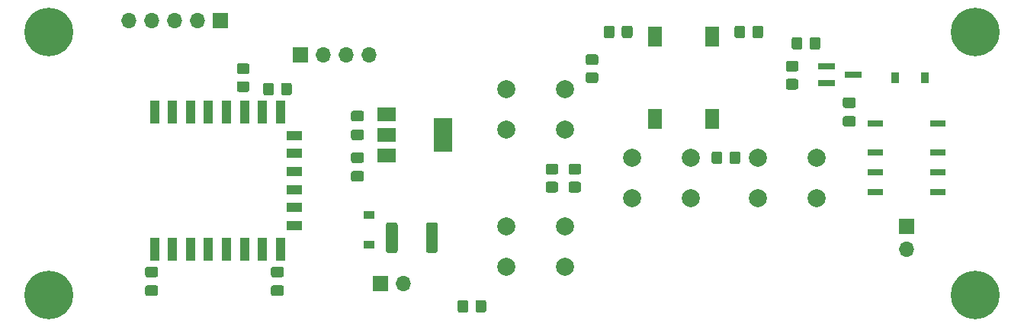
<source format=gbr>
%TF.GenerationSoftware,KiCad,Pcbnew,5.1.12-84ad8e8a86~92~ubuntu20.04.1*%
%TF.CreationDate,2022-01-15T19:27:07+01:00*%
%TF.ProjectId,autotrigger_dslr,6175746f-7472-4696-9767-65725f64736c,rev?*%
%TF.SameCoordinates,Original*%
%TF.FileFunction,Soldermask,Top*%
%TF.FilePolarity,Negative*%
%FSLAX46Y46*%
G04 Gerber Fmt 4.6, Leading zero omitted, Abs format (unit mm)*
G04 Created by KiCad (PCBNEW 5.1.12-84ad8e8a86~92~ubuntu20.04.1) date 2022-01-15 19:27:07*
%MOMM*%
%LPD*%
G01*
G04 APERTURE LIST*
%ADD10C,5.400000*%
%ADD11R,1.700000X1.700000*%
%ADD12O,1.700000X1.700000*%
%ADD13R,1.800000X0.800000*%
%ADD14R,1.900000X0.800000*%
%ADD15R,1.600000X2.180000*%
%ADD16C,2.000000*%
%ADD17R,1.000000X2.500000*%
%ADD18R,1.800000X1.000000*%
%ADD19R,2.000000X3.800000*%
%ADD20R,2.000000X1.500000*%
%ADD21R,0.900000X1.200000*%
%ADD22R,1.200000X0.900000*%
G04 APERTURE END LIST*
%TO.C,C1*%
G36*
G01*
X64295000Y-90387500D02*
X65245000Y-90387500D01*
G75*
G02*
X65495000Y-90637500I0J-250000D01*
G01*
X65495000Y-91312500D01*
G75*
G02*
X65245000Y-91562500I-250000J0D01*
G01*
X64295000Y-91562500D01*
G75*
G02*
X64045000Y-91312500I0J250000D01*
G01*
X64045000Y-90637500D01*
G75*
G02*
X64295000Y-90387500I250000J0D01*
G01*
G37*
G36*
G01*
X64295000Y-88312500D02*
X65245000Y-88312500D01*
G75*
G02*
X65495000Y-88562500I0J-250000D01*
G01*
X65495000Y-89237500D01*
G75*
G02*
X65245000Y-89487500I-250000J0D01*
G01*
X64295000Y-89487500D01*
G75*
G02*
X64045000Y-89237500I0J250000D01*
G01*
X64045000Y-88562500D01*
G75*
G02*
X64295000Y-88312500I250000J0D01*
G01*
G37*
%TD*%
%TO.C,C2*%
G36*
G01*
X65245000Y-86947500D02*
X64295000Y-86947500D01*
G75*
G02*
X64045000Y-86697500I0J250000D01*
G01*
X64045000Y-86022500D01*
G75*
G02*
X64295000Y-85772500I250000J0D01*
G01*
X65245000Y-85772500D01*
G75*
G02*
X65495000Y-86022500I0J-250000D01*
G01*
X65495000Y-86697500D01*
G75*
G02*
X65245000Y-86947500I-250000J0D01*
G01*
G37*
G36*
G01*
X65245000Y-84872500D02*
X64295000Y-84872500D01*
G75*
G02*
X64045000Y-84622500I0J250000D01*
G01*
X64045000Y-83947500D01*
G75*
G02*
X64295000Y-83697500I250000J0D01*
G01*
X65245000Y-83697500D01*
G75*
G02*
X65495000Y-83947500I0J-250000D01*
G01*
X65495000Y-84622500D01*
G75*
G02*
X65245000Y-84872500I-250000J0D01*
G01*
G37*
%TD*%
%TO.C,C3*%
G36*
G01*
X41435000Y-101012500D02*
X42385000Y-101012500D01*
G75*
G02*
X42635000Y-101262500I0J-250000D01*
G01*
X42635000Y-101937500D01*
G75*
G02*
X42385000Y-102187500I-250000J0D01*
G01*
X41435000Y-102187500D01*
G75*
G02*
X41185000Y-101937500I0J250000D01*
G01*
X41185000Y-101262500D01*
G75*
G02*
X41435000Y-101012500I250000J0D01*
G01*
G37*
G36*
G01*
X41435000Y-103087500D02*
X42385000Y-103087500D01*
G75*
G02*
X42635000Y-103337500I0J-250000D01*
G01*
X42635000Y-104012500D01*
G75*
G02*
X42385000Y-104262500I-250000J0D01*
G01*
X41435000Y-104262500D01*
G75*
G02*
X41185000Y-104012500I0J250000D01*
G01*
X41185000Y-103337500D01*
G75*
G02*
X41435000Y-103087500I250000J0D01*
G01*
G37*
%TD*%
%TO.C,C4*%
G36*
G01*
X119855000Y-85445000D02*
X118905000Y-85445000D01*
G75*
G02*
X118655000Y-85195000I0J250000D01*
G01*
X118655000Y-84520000D01*
G75*
G02*
X118905000Y-84270000I250000J0D01*
G01*
X119855000Y-84270000D01*
G75*
G02*
X120105000Y-84520000I0J-250000D01*
G01*
X120105000Y-85195000D01*
G75*
G02*
X119855000Y-85445000I-250000J0D01*
G01*
G37*
G36*
G01*
X119855000Y-83370000D02*
X118905000Y-83370000D01*
G75*
G02*
X118655000Y-83120000I0J250000D01*
G01*
X118655000Y-82445000D01*
G75*
G02*
X118905000Y-82195000I250000J0D01*
G01*
X119855000Y-82195000D01*
G75*
G02*
X120105000Y-82445000I0J-250000D01*
G01*
X120105000Y-83120000D01*
G75*
G02*
X119855000Y-83370000I-250000J0D01*
G01*
G37*
%TD*%
%TO.C,C5*%
G36*
G01*
X56355000Y-102187500D02*
X55405000Y-102187500D01*
G75*
G02*
X55155000Y-101937500I0J250000D01*
G01*
X55155000Y-101262500D01*
G75*
G02*
X55405000Y-101012500I250000J0D01*
G01*
X56355000Y-101012500D01*
G75*
G02*
X56605000Y-101262500I0J-250000D01*
G01*
X56605000Y-101937500D01*
G75*
G02*
X56355000Y-102187500I-250000J0D01*
G01*
G37*
G36*
G01*
X56355000Y-104262500D02*
X55405000Y-104262500D01*
G75*
G02*
X55155000Y-104012500I0J250000D01*
G01*
X55155000Y-103337500D01*
G75*
G02*
X55405000Y-103087500I250000J0D01*
G01*
X56355000Y-103087500D01*
G75*
G02*
X56605000Y-103337500I0J-250000D01*
G01*
X56605000Y-104012500D01*
G75*
G02*
X56355000Y-104262500I-250000J0D01*
G01*
G37*
%TD*%
D10*
%TO.C,H1*%
X30480000Y-74930000D03*
%TD*%
%TO.C,H2*%
X30480000Y-104140000D03*
%TD*%
%TO.C,H3*%
X133350000Y-104140000D03*
%TD*%
%TO.C,H4*%
X133350000Y-74930000D03*
%TD*%
D11*
%TO.C,J1*%
X49530000Y-73660000D03*
D12*
X46990000Y-73660000D03*
X44450000Y-73660000D03*
X41910000Y-73660000D03*
X39370000Y-73660000D03*
%TD*%
D11*
%TO.C,J2*%
X58420000Y-77470000D03*
D12*
X60960000Y-77470000D03*
X63500000Y-77470000D03*
X66040000Y-77470000D03*
%TD*%
D11*
%TO.C,J3*%
X125730000Y-96520000D03*
D12*
X125730000Y-99060000D03*
%TD*%
%TO.C,J4*%
X69850000Y-102870000D03*
D11*
X67310000Y-102870000D03*
%TD*%
D13*
%TO.C,K1*%
X129230000Y-85100000D03*
X129230000Y-88300000D03*
X129230000Y-90500000D03*
X129230000Y-92700000D03*
X122230000Y-92700000D03*
X122230000Y-90500000D03*
X122230000Y-88300000D03*
X122230000Y-85100000D03*
%TD*%
D14*
%TO.C,Q1*%
X116840000Y-78740000D03*
X116840000Y-80640000D03*
X119840000Y-79690000D03*
%TD*%
%TO.C,R1*%
G36*
G01*
X109820000Y-74479999D02*
X109820000Y-75380001D01*
G75*
G02*
X109570001Y-75630000I-249999J0D01*
G01*
X108869999Y-75630000D01*
G75*
G02*
X108620000Y-75380001I0J249999D01*
G01*
X108620000Y-74479999D01*
G75*
G02*
X108869999Y-74230000I249999J0D01*
G01*
X109570001Y-74230000D01*
G75*
G02*
X109820000Y-74479999I0J-249999D01*
G01*
G37*
G36*
G01*
X107820000Y-74479999D02*
X107820000Y-75380001D01*
G75*
G02*
X107570001Y-75630000I-249999J0D01*
G01*
X106869999Y-75630000D01*
G75*
G02*
X106620000Y-75380001I0J249999D01*
G01*
X106620000Y-74479999D01*
G75*
G02*
X106869999Y-74230000I249999J0D01*
G01*
X107570001Y-74230000D01*
G75*
G02*
X107820000Y-74479999I0J-249999D01*
G01*
G37*
%TD*%
%TO.C,R2*%
G36*
G01*
X94110000Y-75380001D02*
X94110000Y-74479999D01*
G75*
G02*
X94359999Y-74230000I249999J0D01*
G01*
X95060001Y-74230000D01*
G75*
G02*
X95310000Y-74479999I0J-249999D01*
G01*
X95310000Y-75380001D01*
G75*
G02*
X95060001Y-75630000I-249999J0D01*
G01*
X94359999Y-75630000D01*
G75*
G02*
X94110000Y-75380001I0J249999D01*
G01*
G37*
G36*
G01*
X92110000Y-75380001D02*
X92110000Y-74479999D01*
G75*
G02*
X92359999Y-74230000I249999J0D01*
G01*
X93060001Y-74230000D01*
G75*
G02*
X93310000Y-74479999I0J-249999D01*
G01*
X93310000Y-75380001D01*
G75*
G02*
X93060001Y-75630000I-249999J0D01*
G01*
X92359999Y-75630000D01*
G75*
G02*
X92110000Y-75380001I0J249999D01*
G01*
G37*
%TD*%
%TO.C,R3*%
G36*
G01*
X116170000Y-75749999D02*
X116170000Y-76650001D01*
G75*
G02*
X115920001Y-76900000I-249999J0D01*
G01*
X115219999Y-76900000D01*
G75*
G02*
X114970000Y-76650001I0J249999D01*
G01*
X114970000Y-75749999D01*
G75*
G02*
X115219999Y-75500000I249999J0D01*
G01*
X115920001Y-75500000D01*
G75*
G02*
X116170000Y-75749999I0J-249999D01*
G01*
G37*
G36*
G01*
X114170000Y-75749999D02*
X114170000Y-76650001D01*
G75*
G02*
X113920001Y-76900000I-249999J0D01*
G01*
X113219999Y-76900000D01*
G75*
G02*
X112970000Y-76650001I0J249999D01*
G01*
X112970000Y-75749999D01*
G75*
G02*
X113219999Y-75500000I249999J0D01*
G01*
X113920001Y-75500000D01*
G75*
G02*
X114170000Y-75749999I0J-249999D01*
G01*
G37*
%TD*%
%TO.C,R4*%
G36*
G01*
X112579999Y-80140000D02*
X113480001Y-80140000D01*
G75*
G02*
X113730000Y-80389999I0J-249999D01*
G01*
X113730000Y-81090001D01*
G75*
G02*
X113480001Y-81340000I-249999J0D01*
G01*
X112579999Y-81340000D01*
G75*
G02*
X112330000Y-81090001I0J249999D01*
G01*
X112330000Y-80389999D01*
G75*
G02*
X112579999Y-80140000I249999J0D01*
G01*
G37*
G36*
G01*
X112579999Y-78140000D02*
X113480001Y-78140000D01*
G75*
G02*
X113730000Y-78389999I0J-249999D01*
G01*
X113730000Y-79090001D01*
G75*
G02*
X113480001Y-79340000I-249999J0D01*
G01*
X112579999Y-79340000D01*
G75*
G02*
X112330000Y-79090001I0J249999D01*
G01*
X112330000Y-78389999D01*
G75*
G02*
X112579999Y-78140000I249999J0D01*
G01*
G37*
%TD*%
%TO.C,R5*%
G36*
G01*
X91255001Y-78610000D02*
X90354999Y-78610000D01*
G75*
G02*
X90105000Y-78360001I0J249999D01*
G01*
X90105000Y-77659999D01*
G75*
G02*
X90354999Y-77410000I249999J0D01*
G01*
X91255001Y-77410000D01*
G75*
G02*
X91505000Y-77659999I0J-249999D01*
G01*
X91505000Y-78360001D01*
G75*
G02*
X91255001Y-78610000I-249999J0D01*
G01*
G37*
G36*
G01*
X91255001Y-80610000D02*
X90354999Y-80610000D01*
G75*
G02*
X90105000Y-80360001I0J249999D01*
G01*
X90105000Y-79659999D01*
G75*
G02*
X90354999Y-79410000I249999J0D01*
G01*
X91255001Y-79410000D01*
G75*
G02*
X91505000Y-79659999I0J-249999D01*
G01*
X91505000Y-80360001D01*
G75*
G02*
X91255001Y-80610000I-249999J0D01*
G01*
G37*
%TD*%
%TO.C,R6*%
G36*
G01*
X86810001Y-92770000D02*
X85909999Y-92770000D01*
G75*
G02*
X85660000Y-92520001I0J249999D01*
G01*
X85660000Y-91819999D01*
G75*
G02*
X85909999Y-91570000I249999J0D01*
G01*
X86810001Y-91570000D01*
G75*
G02*
X87060000Y-91819999I0J-249999D01*
G01*
X87060000Y-92520001D01*
G75*
G02*
X86810001Y-92770000I-249999J0D01*
G01*
G37*
G36*
G01*
X86810001Y-90770000D02*
X85909999Y-90770000D01*
G75*
G02*
X85660000Y-90520001I0J249999D01*
G01*
X85660000Y-89819999D01*
G75*
G02*
X85909999Y-89570000I249999J0D01*
G01*
X86810001Y-89570000D01*
G75*
G02*
X87060000Y-89819999I0J-249999D01*
G01*
X87060000Y-90520001D01*
G75*
G02*
X86810001Y-90770000I-249999J0D01*
G01*
G37*
%TD*%
%TO.C,R7*%
G36*
G01*
X88449999Y-91570000D02*
X89350001Y-91570000D01*
G75*
G02*
X89600000Y-91819999I0J-249999D01*
G01*
X89600000Y-92520001D01*
G75*
G02*
X89350001Y-92770000I-249999J0D01*
G01*
X88449999Y-92770000D01*
G75*
G02*
X88200000Y-92520001I0J249999D01*
G01*
X88200000Y-91819999D01*
G75*
G02*
X88449999Y-91570000I249999J0D01*
G01*
G37*
G36*
G01*
X88449999Y-89570000D02*
X89350001Y-89570000D01*
G75*
G02*
X89600000Y-89819999I0J-249999D01*
G01*
X89600000Y-90520001D01*
G75*
G02*
X89350001Y-90770000I-249999J0D01*
G01*
X88449999Y-90770000D01*
G75*
G02*
X88200000Y-90520001I0J249999D01*
G01*
X88200000Y-89819999D01*
G75*
G02*
X88449999Y-89570000I249999J0D01*
G01*
G37*
%TD*%
%TO.C,R8*%
G36*
G01*
X107280000Y-88449999D02*
X107280000Y-89350001D01*
G75*
G02*
X107030001Y-89600000I-249999J0D01*
G01*
X106329999Y-89600000D01*
G75*
G02*
X106080000Y-89350001I0J249999D01*
G01*
X106080000Y-88449999D01*
G75*
G02*
X106329999Y-88200000I249999J0D01*
G01*
X107030001Y-88200000D01*
G75*
G02*
X107280000Y-88449999I0J-249999D01*
G01*
G37*
G36*
G01*
X105280000Y-88449999D02*
X105280000Y-89350001D01*
G75*
G02*
X105030001Y-89600000I-249999J0D01*
G01*
X104329999Y-89600000D01*
G75*
G02*
X104080000Y-89350001I0J249999D01*
G01*
X104080000Y-88449999D01*
G75*
G02*
X104329999Y-88200000I249999J0D01*
G01*
X105030001Y-88200000D01*
G75*
G02*
X105280000Y-88449999I0J-249999D01*
G01*
G37*
%TD*%
%TO.C,R9*%
G36*
G01*
X77870000Y-105860001D02*
X77870000Y-104959999D01*
G75*
G02*
X78119999Y-104710000I249999J0D01*
G01*
X78820001Y-104710000D01*
G75*
G02*
X79070000Y-104959999I0J-249999D01*
G01*
X79070000Y-105860001D01*
G75*
G02*
X78820001Y-106110000I-249999J0D01*
G01*
X78119999Y-106110000D01*
G75*
G02*
X77870000Y-105860001I0J249999D01*
G01*
G37*
G36*
G01*
X75870000Y-105860001D02*
X75870000Y-104959999D01*
G75*
G02*
X76119999Y-104710000I249999J0D01*
G01*
X76820001Y-104710000D01*
G75*
G02*
X77070000Y-104959999I0J-249999D01*
G01*
X77070000Y-105860001D01*
G75*
G02*
X76820001Y-106110000I-249999J0D01*
G01*
X76119999Y-106110000D01*
G75*
G02*
X75870000Y-105860001I0J249999D01*
G01*
G37*
%TD*%
%TO.C,R10*%
G36*
G01*
X51619999Y-78410000D02*
X52520001Y-78410000D01*
G75*
G02*
X52770000Y-78659999I0J-249999D01*
G01*
X52770000Y-79360001D01*
G75*
G02*
X52520001Y-79610000I-249999J0D01*
G01*
X51619999Y-79610000D01*
G75*
G02*
X51370000Y-79360001I0J249999D01*
G01*
X51370000Y-78659999D01*
G75*
G02*
X51619999Y-78410000I249999J0D01*
G01*
G37*
G36*
G01*
X51619999Y-80410000D02*
X52520001Y-80410000D01*
G75*
G02*
X52770000Y-80659999I0J-249999D01*
G01*
X52770000Y-81360001D01*
G75*
G02*
X52520001Y-81610000I-249999J0D01*
G01*
X51619999Y-81610000D01*
G75*
G02*
X51370000Y-81360001I0J249999D01*
G01*
X51370000Y-80659999D01*
G75*
G02*
X51619999Y-80410000I249999J0D01*
G01*
G37*
%TD*%
%TO.C,R11*%
G36*
G01*
X57480000Y-80829999D02*
X57480000Y-81730001D01*
G75*
G02*
X57230001Y-81980000I-249999J0D01*
G01*
X56529999Y-81980000D01*
G75*
G02*
X56280000Y-81730001I0J249999D01*
G01*
X56280000Y-80829999D01*
G75*
G02*
X56529999Y-80580000I249999J0D01*
G01*
X57230001Y-80580000D01*
G75*
G02*
X57480000Y-80829999I0J-249999D01*
G01*
G37*
G36*
G01*
X55480000Y-80829999D02*
X55480000Y-81730001D01*
G75*
G02*
X55230001Y-81980000I-249999J0D01*
G01*
X54529999Y-81980000D01*
G75*
G02*
X54280000Y-81730001I0J249999D01*
G01*
X54280000Y-80829999D01*
G75*
G02*
X54529999Y-80580000I249999J0D01*
G01*
X55230001Y-80580000D01*
G75*
G02*
X55480000Y-80829999I0J-249999D01*
G01*
G37*
%TD*%
D15*
%TO.C,SW1*%
X104140000Y-75420000D03*
X104140000Y-84600000D03*
%TD*%
%TO.C,SW2*%
X97790000Y-84600000D03*
X97790000Y-75420000D03*
%TD*%
D16*
%TO.C,SW3*%
X87780000Y-81280000D03*
X87780000Y-85780000D03*
X81280000Y-81280000D03*
X81280000Y-85780000D03*
%TD*%
%TO.C,SW4*%
X81280000Y-101020000D03*
X81280000Y-96520000D03*
X87780000Y-101020000D03*
X87780000Y-96520000D03*
%TD*%
%TO.C,SW5*%
X101750000Y-88900000D03*
X101750000Y-93400000D03*
X95250000Y-88900000D03*
X95250000Y-93400000D03*
%TD*%
%TO.C,SW6*%
X109220000Y-93400000D03*
X109220000Y-88900000D03*
X115720000Y-93400000D03*
X115720000Y-88900000D03*
%TD*%
D17*
%TO.C,U1*%
X42220000Y-99040000D03*
X44220000Y-99040000D03*
X46220000Y-99040000D03*
X48220000Y-99040000D03*
X50220000Y-99040000D03*
X52220000Y-99040000D03*
X54220000Y-99040000D03*
X56220000Y-99040000D03*
D18*
X57720000Y-96440000D03*
X57720000Y-94440000D03*
X57720000Y-92440000D03*
X57720000Y-90440000D03*
X57720000Y-88440000D03*
X57720000Y-86440000D03*
D17*
X56220000Y-83840000D03*
X54220000Y-83840000D03*
X52220000Y-83840000D03*
X50220000Y-83840000D03*
X48220000Y-83840000D03*
X46220000Y-83840000D03*
X44220000Y-83840000D03*
X42220000Y-83840000D03*
%TD*%
D19*
%TO.C,U2*%
X74270000Y-86360000D03*
D20*
X67970000Y-86360000D03*
X67970000Y-88660000D03*
X67970000Y-84060000D03*
%TD*%
D21*
%TO.C,D1*%
X124460000Y-80010000D03*
X127760000Y-80010000D03*
%TD*%
D22*
%TO.C,D2*%
X66040000Y-95250000D03*
X66040000Y-98550000D03*
%TD*%
%TO.C,F1*%
G36*
G01*
X67930000Y-99240001D02*
X67930000Y-96339999D01*
G75*
G02*
X68179999Y-96090000I249999J0D01*
G01*
X68980001Y-96090000D01*
G75*
G02*
X69230000Y-96339999I0J-249999D01*
G01*
X69230000Y-99240001D01*
G75*
G02*
X68980001Y-99490000I-249999J0D01*
G01*
X68179999Y-99490000D01*
G75*
G02*
X67930000Y-99240001I0J249999D01*
G01*
G37*
G36*
G01*
X72380000Y-99240001D02*
X72380000Y-96339999D01*
G75*
G02*
X72629999Y-96090000I249999J0D01*
G01*
X73430001Y-96090000D01*
G75*
G02*
X73680000Y-96339999I0J-249999D01*
G01*
X73680000Y-99240001D01*
G75*
G02*
X73430001Y-99490000I-249999J0D01*
G01*
X72629999Y-99490000D01*
G75*
G02*
X72380000Y-99240001I0J249999D01*
G01*
G37*
%TD*%
M02*

</source>
